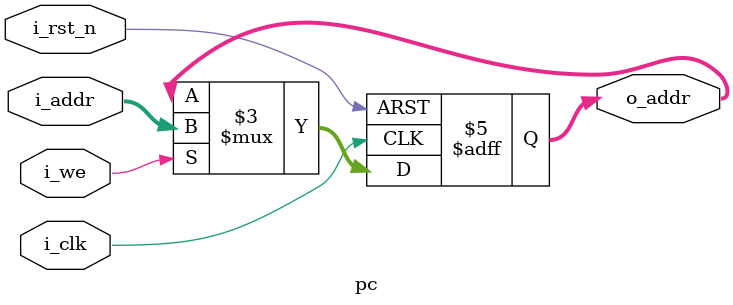
<source format=v>
module pc(i_clk,
          i_rst_n,
          i_we,
          i_addr,
          o_addr);
  
input  i_clk, i_rst_n, i_we;
input       [31:0] i_addr;
output reg  [31:0] o_addr;

always @(posedge i_clk or negedge i_rst_n) begin
  if(!i_rst_n)  o_addr <= 0;
  else if(i_we) o_addr <= i_addr;
end
  
endmodule

</source>
